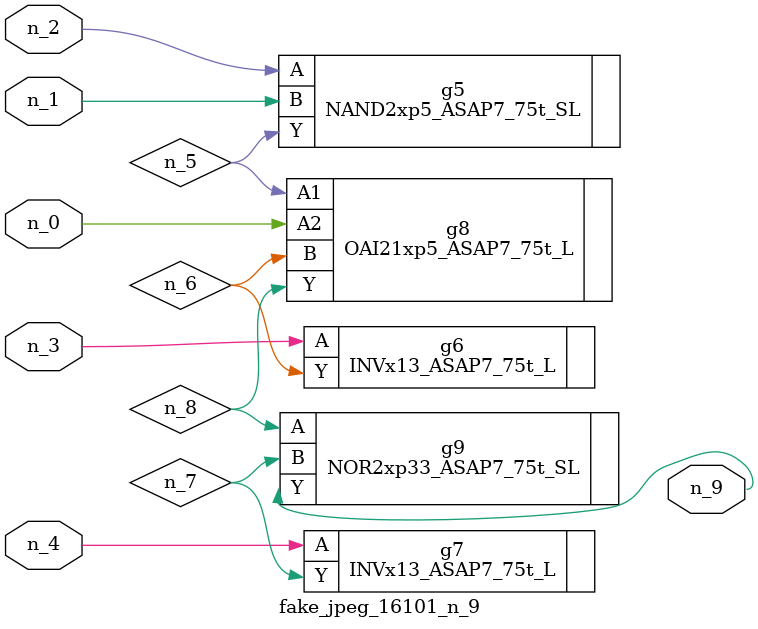
<source format=v>
module fake_jpeg_16101_n_9 (n_3, n_2, n_1, n_0, n_4, n_9);

input n_3;
input n_2;
input n_1;
input n_0;
input n_4;

output n_9;

wire n_8;
wire n_6;
wire n_5;
wire n_7;

NAND2xp5_ASAP7_75t_SL g5 ( 
.A(n_2),
.B(n_1),
.Y(n_5)
);

INVx13_ASAP7_75t_L g6 ( 
.A(n_3),
.Y(n_6)
);

INVx13_ASAP7_75t_L g7 ( 
.A(n_4),
.Y(n_7)
);

OAI21xp5_ASAP7_75t_L g8 ( 
.A1(n_5),
.A2(n_0),
.B(n_6),
.Y(n_8)
);

NOR2xp33_ASAP7_75t_SL g9 ( 
.A(n_8),
.B(n_7),
.Y(n_9)
);


endmodule
</source>
